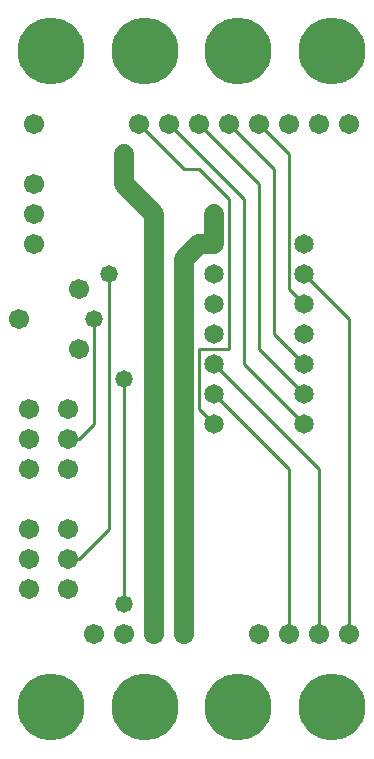
<source format=gtl>
%MOIN*%
%FSLAX25Y25*%
G04 D10 used for Character Trace; *
G04     Circle (OD=.01000) (No hole)*
G04 D11 used for Power Trace; *
G04     Circle (OD=.06700) (No hole)*
G04 D12 used for Signal Trace; *
G04     Circle (OD=.01100) (No hole)*
G04 D13 used for Via; *
G04     Circle (OD=.05800) (Round. Hole ID=.02800)*
G04 D14 used for Component hole; *
G04     Circle (OD=.06500) (Round. Hole ID=.03500)*
G04 D15 used for Component hole; *
G04     Circle (OD=.06700) (Round. Hole ID=.04300)*
G04 D16 used for Component hole; *
G04     Circle (OD=.08100) (Round. Hole ID=.05100)*
G04 D17 used for Component hole; *
G04     Circle (OD=.08900) (Round. Hole ID=.05900)*
G04 D18 used for Component hole; *
G04     Circle (OD=.11300) (Round. Hole ID=.08300)*
G04 D19 used for Component hole; *
G04     Circle (OD=.16000) (Round. Hole ID=.13000)*
G04 D20 used for Component hole; *
G04     Circle (OD=.18300) (Round. Hole ID=.15300)*
G04 D21 used for Component hole; *
G04     Circle (OD=.22291) (Round. Hole ID=.19291)*
%ADD10C,.01000*%
%ADD11C,.06700*%
%ADD12C,.01100*%
%ADD13C,.05800*%
%ADD14C,.06500*%
%ADD15C,.06700*%
%ADD16C,.08100*%
%ADD17C,.08900*%
%ADD18C,.11300*%
%ADD19C,.16000*%
%ADD20C,.18300*%
%ADD21C,.22291*%
%IPPOS*%
%LPD*%
G90*X0Y0D02*D21*X15625Y15625D03*D15*              
X40000Y40000D03*X30000D03*D21*X46875Y15625D03*D13*
X40000Y50000D03*D12*Y125000D01*D13*D03*           
X50000Y135000D03*D11*Y120000D01*D13*D03*D11*      
Y75000D01*D13*D03*D11*Y40000D01*D15*D03*X60000D03*
D11*Y55000D01*D13*D03*D11*Y100000D01*D13*D03*D11* 
Y155000D01*D13*D03*D11*Y165000D01*                
X65000Y170000D01*X70000D01*D14*D03*D11*Y180000D01*
D14*D03*D12*X75000Y135000D02*Y185000D01*          
X65000Y135000D02*X75000D01*X65000Y115000D02*      
Y135000D01*X70000Y110000D02*X65000Y115000D01*D14* 
X70000Y110000D03*Y120000D03*D12*X95000Y95000D01*  
Y40000D01*D15*D03*X105000D03*D12*Y95000D01*       
X70000Y130000D01*D14*D03*D12*X100000Y110000D02*   
X80000Y130000D01*D14*X100000Y110000D03*Y120000D03*
D12*X85000Y135000D01*Y190000D01*X65000Y210000D01* 
D15*D03*X75000D03*D12*X90000Y195000D01*Y140000D01*
X100000Y130000D01*D14*D03*Y140000D03*D12*         
X115000Y40000D02*Y145000D01*D15*Y40000D03*D21*    
X109375Y15625D03*D15*X85000Y40000D03*D21*         
X78125Y15625D03*D12*X25000Y65000D02*              
X35000Y75000D01*X21500Y65000D02*X25000D01*D15*    
X21500D03*X8500Y75000D03*Y55000D03*               
X21500Y75000D03*X8500Y65000D03*X21500Y55000D03*   
D12*X35000Y75000D02*Y160000D01*D13*D03*D15*       
X25000Y155000D03*D13*X30000Y145000D03*D12*        
Y110000D01*X25000Y105000D01*X21500D01*D15*D03*    
X8500Y115000D03*Y95000D03*X21500Y115000D03*       
X8500Y105000D03*X21500Y95000D03*D11*              
X50000Y135000D02*Y180000D01*D14*D03*D11*          
X40000Y190000D01*Y200000D01*D13*D03*D15*          
X45000Y210000D03*D12*X60000Y195000D01*X65000D01*  
X75000Y185000D01*X80000Y130000D02*Y185000D01*D14* 
X70000Y140000D03*X100000Y150000D03*D12*           
X95000Y155000D01*Y200000D01*X85000Y210000D01*D15* 
D03*X95000D03*X105000D03*D21*X109375Y234375D03*   
D12*X80000Y185000D02*X55000Y210000D01*D15*D03*D21*
X78125Y234375D03*X46875D03*X15625D03*D14*         
X100000Y170000D03*D15*X10000Y210000D03*Y190000D03*
Y180000D03*Y170000D03*D14*X70000Y160000D03*       
X100000D03*D12*X115000Y145000D01*D14*             
X70000Y150000D03*D15*X115000Y210000D03*           
X25000Y135000D03*X5000Y145000D03*M02*             

</source>
